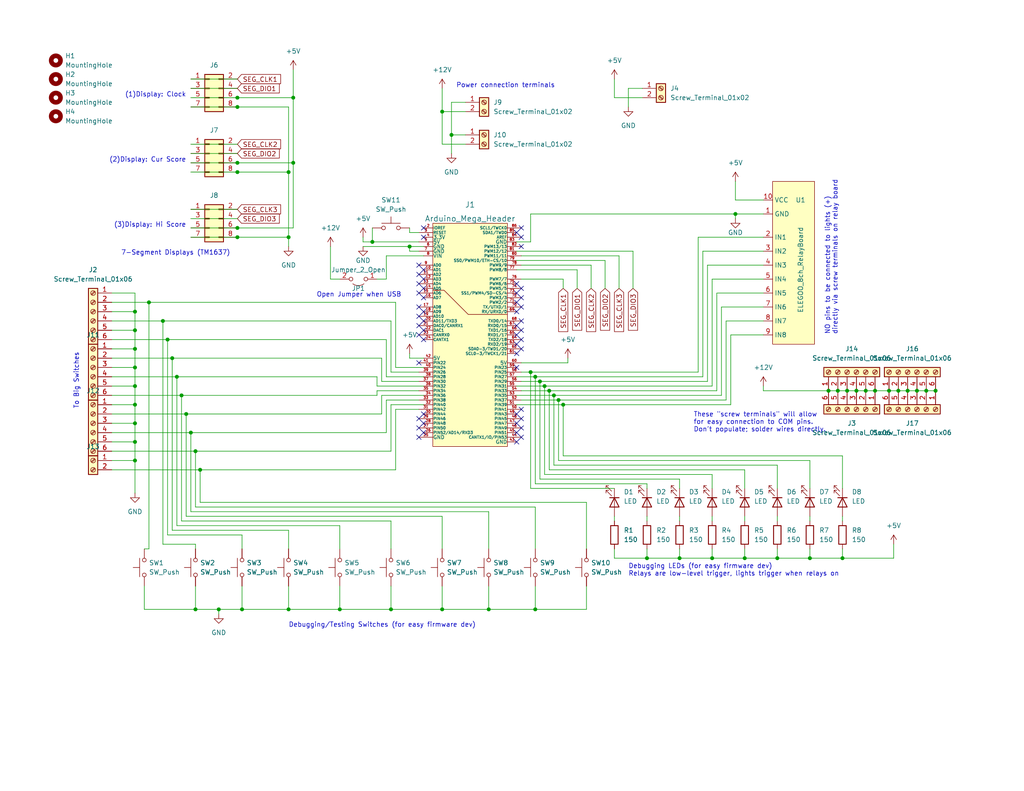
<source format=kicad_sch>
(kicad_sch (version 20211123) (generator eeschema)
  (paper "USLetter")
  (lib_symbols
    (symbol "Connector:Screw_Terminal_01x02" (pin_names (offset 1.016) hide)
      (property "Reference" "J" (at 0 2.54 0))
      (property "Value" "Screw_Terminal_01x02" (at 0 -5.08 0))
      (symbol "Screw_Terminal_01x02_1_1"
        (rectangle (start -1.27 1.27) (end 1.27 -3.81) (stroke (width 0.254)) (fill (type background)))
        (circle (center 0 -2.54) (radius 0.635) (stroke (width 0.1524)))
        (polyline (pts (xy -0.5334 -2.2098) (xy 0.3302 -3.048)) (stroke (width 0.1524)))
        (polyline (pts (xy -0.5334 0.3302) (xy 0.3302 -0.508)) (stroke (width 0.1524)))
        (polyline (pts (xy -0.3556 -2.032) (xy 0.508 -2.8702)) (stroke (width 0.1524)))
        (polyline (pts (xy -0.3556 0.508) (xy 0.508 -0.3302)) (stroke (width 0.1524)))
        (circle (center 0 0) (radius 0.635) (stroke (width 0.1524)))
        (pin passive line (at -5.08 0 0) (length 3.81) (name "Pin_1") (number "1"))
        (pin passive line (at -5.08 -2.54 0) (length 3.81) (name "Pin_2") (number "2"))
      )
    )
    (symbol "Connector:Screw_Terminal_01x06" (pin_names (offset 1.016) hide)
      (property "Reference" "J" (at 0 7.62 0))
      (property "Value" "Screw_Terminal_01x06" (at 0 -10.16 0))
      (symbol "Screw_Terminal_01x06_1_1"
        (rectangle (start -1.27 6.35) (end 1.27 -8.89) (stroke (width 0.254)) (fill (type background)))
        (circle (center 0 -7.62) (radius 0.635) (stroke (width 0.1524)))
        (circle (center 0 -5.08) (radius 0.635) (stroke (width 0.1524)))
        (circle (center 0 -2.54) (radius 0.635) (stroke (width 0.1524)))
        (polyline (pts (xy -0.5334 -7.2898) (xy 0.3302 -8.128)) (stroke (width 0.1524)))
        (polyline (pts (xy -0.5334 -4.7498) (xy 0.3302 -5.588)) (stroke (width 0.1524)))
        (polyline (pts (xy -0.5334 -2.2098) (xy 0.3302 -3.048)) (stroke (width 0.1524)))
        (polyline (pts (xy -0.5334 0.3302) (xy 0.3302 -0.508)) (stroke (width 0.1524)))
        (polyline (pts (xy -0.5334 2.8702) (xy 0.3302 2.032)) (stroke (width 0.1524)))
        (polyline (pts (xy -0.5334 5.4102) (xy 0.3302 4.572)) (stroke (width 0.1524)))
        (polyline (pts (xy -0.3556 -7.112) (xy 0.508 -7.9502)) (stroke (width 0.1524)))
        (polyline (pts (xy -0.3556 -4.572) (xy 0.508 -5.4102)) (stroke (width 0.1524)))
        (polyline (pts (xy -0.3556 -2.032) (xy 0.508 -2.8702)) (stroke (width 0.1524)))
        (polyline (pts (xy -0.3556 0.508) (xy 0.508 -0.3302)) (stroke (width 0.1524)))
        (polyline (pts (xy -0.3556 3.048) (xy 0.508 2.2098)) (stroke (width 0.1524)))
        (polyline (pts (xy -0.3556 5.588) (xy 0.508 4.7498)) (stroke (width 0.1524)))
        (circle (center 0 0) (radius 0.635) (stroke (width 0.1524)))
        (circle (center 0 2.54) (radius 0.635) (stroke (width 0.1524)))
        (circle (center 0 5.08) (radius 0.635) (stroke (width 0.1524)))
        (pin passive line (at -5.08 5.08 0) (length 3.81) (name "Pin_1") (number "1"))
        (pin passive line (at -5.08 2.54 0) (length 3.81) (name "Pin_2") (number "2"))
        (pin passive line (at -5.08 0 0) (length 3.81) (name "Pin_3") (number "3"))
        (pin passive line (at -5.08 -2.54 0) (length 3.81) (name "Pin_4") (number "4"))
        (pin passive line (at -5.08 -5.08 0) (length 3.81) (name "Pin_5") (number "5"))
        (pin passive line (at -5.08 -7.62 0) (length 3.81) (name "Pin_6") (number "6"))
      )
    )
    (symbol "Connector_Generic:Conn_02x04_Odd_Even" (pin_names (offset 1.016) hide)
      (property "Reference" "J" (at 1.27 5.08 0))
      (property "Value" "Conn_02x04_Odd_Even" (at 1.27 -7.62 0))
      (symbol "Conn_02x04_Odd_Even_1_1"
        (rectangle (start -1.27 -4.953) (end 0 -5.207) (stroke (width 0.1524)))
        (rectangle (start -1.27 -2.413) (end 0 -2.667) (stroke (width 0.1524)))
        (rectangle (start -1.27 0.127) (end 0 -0.127) (stroke (width 0.1524)))
        (rectangle (start -1.27 2.667) (end 0 2.413) (stroke (width 0.1524)))
        (rectangle (start -1.27 3.81) (end 3.81 -6.35) (stroke (width 0.254)) (fill (type background)))
        (rectangle (start 3.81 -4.953) (end 2.54 -5.207) (stroke (width 0.1524)))
        (rectangle (start 3.81 -2.413) (end 2.54 -2.667) (stroke (width 0.1524)))
        (rectangle (start 3.81 0.127) (end 2.54 -0.127) (stroke (width 0.1524)))
        (rectangle (start 3.81 2.667) (end 2.54 2.413) (stroke (width 0.1524)))
        (pin passive line (at -5.08 2.54 0) (length 3.81) (name "Pin_1") (number "1"))
        (pin passive line (at 7.62 2.54 180) (length 3.81) (name "Pin_2") (number "2"))
        (pin passive line (at -5.08 0 0) (length 3.81) (name "Pin_3") (number "3"))
        (pin passive line (at 7.62 0 180) (length 3.81) (name "Pin_4") (number "4"))
        (pin passive line (at -5.08 -2.54 0) (length 3.81) (name "Pin_5") (number "5"))
        (pin passive line (at 7.62 -2.54 180) (length 3.81) (name "Pin_6") (number "6"))
        (pin passive line (at -5.08 -5.08 0) (length 3.81) (name "Pin_7") (number "7"))
        (pin passive line (at 7.62 -5.08 180) (length 3.81) (name "Pin_8") (number "8"))
      )
    )
    (symbol "Device:LED" (pin_numbers hide) (pin_names (offset 1.016) hide)
      (property "Reference" "D" (at 0 2.54 0))
      (property "Value" "LED" (at 0 -2.54 0))
      (symbol "LED_0_1"
        (polyline (pts (xy -1.27 -1.27) (xy -1.27 1.27)) (stroke (width 0.254)))
        (polyline (pts (xy -1.27 0) (xy 1.27 0)))
        (polyline (pts (xy 1.27 -1.27) (xy 1.27 1.27) (xy -1.27 0) (xy 1.27 -1.27)) (stroke (width 0.254)))
        (polyline (pts (xy -3.048 -0.762) (xy -4.572 -2.286) (xy -3.81 -2.286) (xy -4.572 -2.286) (xy -4.572 -1.524)))
        (polyline (pts (xy -1.778 -0.762) (xy -3.302 -2.286) (xy -2.54 -2.286) (xy -3.302 -2.286) (xy -3.302 -1.524)))
      )
      (symbol "LED_1_1"
        (pin passive line (at -3.81 0 0) (length 2.54) (name "K") (number "1"))
        (pin passive line (at 3.81 0 180) (length 2.54) (name "A") (number "2"))
      )
    )
    (symbol "Device:R" (pin_numbers hide) (pin_names (offset 0))
      (property "Reference" "R" (at 2.032 0 90))
      (property "Value" "R" (at 0 0 90))
      (symbol "R_0_1"
        (rectangle (start -1.016 -2.54) (end 1.016 2.54) (stroke (width 0.254)))
      )
      (symbol "R_1_1"
        (pin passive line (at 0 3.81 270) (length 1.27) (name "~") (number "1"))
        (pin passive line (at 0 -3.81 90) (length 1.27) (name "~") (number "2"))
      )
    )
    (symbol "Jumper:Jumper_2_Open" (pin_names (offset 0) hide)
      (property "Reference" "JP" (at 0 2.794 0))
      (property "Value" "Jumper_2_Open" (at 0 -2.286 0))
      (symbol "Jumper_2_Open_0_0"
        (circle (center -2.032 0) (radius 0.508))
        (circle (center 2.032 0) (radius 0.508))
      )
      (symbol "Jumper_2_Open_0_1"
        (arc (start 1.524 1.27) (mid 0 1.778) (end -1.524 1.27))
      )
      (symbol "Jumper_2_Open_1_1"
        (pin passive line (at -5.08 0 0) (length 2.54) (name "A") (number "1"))
        (pin passive line (at 5.08 0 180) (length 2.54) (name "B") (number "2"))
      )
    )
    (symbol "Mechanical:MountingHole" (pin_names (offset 1.016))
      (property "Reference" "H" (at 0 5.08 0))
      (property "Value" "MountingHole" (at 0 3.175 0))
      (symbol "MountingHole_0_1"
        (circle (center 0 0) (radius 1.27) (stroke (width 1.27)))
      )
    )
    (symbol "Switch:SW_Push" (pin_numbers hide) (pin_names (offset 1.016) hide)
      (property "Reference" "SW" (at 1.27 2.54 0))
      (property "Value" "SW_Push" (at 0 -1.524 0))
      (symbol "SW_Push_0_1"
        (circle (center -2.032 0) (radius 0.508))
        (polyline (pts (xy 0 1.27) (xy 0 3.048)))
        (polyline (pts (xy 2.54 1.27) (xy -2.54 1.27)))
        (circle (center 2.032 0) (radius 0.508))
        (pin passive line (at -5.08 0 0) (length 2.54) (name "1") (number "1"))
        (pin passive line (at 5.08 0 180) (length 2.54) (name "2") (number "2"))
      )
    )
    (symbol "gnctr-wam-relaylib:Arduino_Mega_Header" (pin_names (offset 0.0254))
      (property "Reference" "J" (at 0 31.75 0))
      (property "Value" "Arduino_Mega_Header" (at 0 -31.75 0))
      (symbol "Arduino_Mega_Header_0_1"
        (polyline (pts (xy -8.636 12.192) (xy -9.652 12.192)))
        (polyline (pts (xy 10.16 5.588) (xy -0.508 5.588) (xy -7.112 12.192) (xy -10.16 12.192)))
        (rectangle (start 10.16 -30.48) (end -10.16 30.48) (fill (type background)))
      )
      (symbol "Arduino_Mega_Header_1_1"
        (pin passive line (at -12.7 17.78 0) (length 2.54) (name "AD1") (number "10"))
        (pin passive line (at -13.97 16.51 0) (length 3.81) (name "AD2") (number "11"))
        (pin passive line (at -12.7 15.24 0) (length 2.54) (name "AD3") (number "12"))
        (pin passive line (at -13.97 13.97 0) (length 3.81) (name "AD4") (number "13"))
        (pin passive line (at -12.7 12.7 0) (length 2.54) (name "AD5") (number "14"))
        (pin passive line (at -13.97 11.43 0) (length 3.81) (name "AD6") (number "15"))
        (pin passive line (at -12.7 10.16 0) (length 2.54) (name "AD7") (number "16"))
        (pin passive line (at -13.97 7.62 0) (length 3.81) (name "AD8") (number "17"))
        (pin passive line (at -12.7 6.35 0) (length 2.54) (name "AD9") (number "18"))
        (pin passive line (at -13.97 5.08 0) (length 3.81) (name "AD10") (number "19"))
        (pin passive line (at -12.7 29.21 0) (length 2.54) (name "IOREF") (number "2"))
        (pin passive line (at -12.7 3.81 0) (length 2.54) (name "AD11/TXD3") (number "20"))
        (pin passive line (at -13.97 2.54 0) (length 3.81) (name "DAC0/CANRX1") (number "21"))
        (pin passive line (at -12.7 1.27 0) (length 2.54) (name "DAC1") (number "22"))
        (pin passive line (at -13.97 0 0) (length 3.81) (name "CANRX0") (number "23"))
        (pin passive line (at -12.7 -1.27 0) (length 2.54) (name "CANTX1") (number "24"))
        (pin passive line (at -13.97 -27.94 0) (length 3.81) (name "GND") (number "25"))
        (pin passive line (at -12.7 -26.67 0) (length 2.54) (name "PIN52/AD14/RXD3") (number "26"))
        (pin passive line (at -13.97 -25.4 0) (length 3.81) (name "PIN50") (number "27"))
        (pin passive line (at -12.7 -24.13 0) (length 2.54) (name "PIN48") (number "28"))
        (pin passive line (at -13.97 -22.86 0) (length 3.81) (name "PIN46") (number "29"))
        (pin passive line (at -13.97 27.94 0) (length 3.81) (name "RESET") (number "3"))
        (pin passive line (at -12.7 -21.59 0) (length 2.54) (name "PIN44") (number "30"))
        (pin passive line (at -13.97 -20.32 0) (length 3.81) (name "PIN42") (number "31"))
        (pin passive line (at -12.7 -19.05 0) (length 2.54) (name "PIN40") (number "32"))
        (pin passive line (at -13.97 -17.78 0) (length 3.81) (name "PIN38") (number "33"))
        (pin passive line (at -12.7 -16.51 0) (length 2.54) (name "PIN36") (number "34"))
        (pin passive line (at -13.97 -15.24 0) (length 3.81) (name "PIN34") (number "35"))
        (pin passive line (at -12.7 -13.97 0) (length 2.54) (name "PIN32") (number "36"))
        (pin passive line (at -13.97 -12.7 0) (length 3.81) (name "PIN30") (number "37"))
        (pin passive line (at -12.7 -11.43 0) (length 2.54) (name "PIN28") (number "38"))
        (pin passive line (at -13.97 -10.16 0) (length 3.81) (name "PIN26") (number "39"))
        (pin passive line (at -12.7 26.67 0) (length 2.54) (name "3.3V") (number "4"))
        (pin passive line (at -12.7 -8.89 0) (length 2.54) (name "PIN24") (number "40"))
        (pin passive line (at -13.97 -7.62 0) (length 3.81) (name "PIN22") (number "41"))
        (pin passive line (at -12.7 -6.35 0) (length 2.54) (name "5V") (number "42"))
        (pin passive line (at 12.7 -29.21 180) (length 2.54) (name "GND") (number "43"))
        (pin passive line (at 13.97 -27.94 180) (length 3.81) (name "CANTX1/IO/PIN53") (number "44"))
        (pin passive line (at 12.7 -26.67 180) (length 2.54) (name "PIN51") (number "45"))
        (pin passive line (at 13.97 -25.4 180) (length 3.81) (name "PIN49") (number "46"))
        (pin passive line (at 12.7 -24.13 180) (length 2.54) (name "PIN47") (number "47"))
        (pin passive line (at 13.97 -22.86 180) (length 3.81) (name "PIN45") (number "48"))
        (pin passive line (at 12.7 -21.59 180) (length 2.54) (name "PIN43") (number "49"))
        (pin passive line (at -13.97 25.4 0) (length 3.81) (name "5V") (number "5"))
        (pin passive line (at 13.97 -20.32 180) (length 3.81) (name "PIN41") (number "50"))
        (pin passive line (at 12.7 -19.05 180) (length 2.54) (name "PIN39") (number "51"))
        (pin passive line (at 13.97 -17.78 180) (length 3.81) (name "PIN37") (number "52"))
        (pin passive line (at 12.7 -16.51 180) (length 2.54) (name "PIN35") (number "53"))
        (pin passive line (at 13.97 -15.24 180) (length 3.81) (name "PIN33") (number "54"))
        (pin passive line (at 12.7 -13.97 180) (length 2.54) (name "PIN31") (number "55"))
        (pin passive line (at 13.97 -12.7 180) (length 3.81) (name "PIN29") (number "56"))
        (pin passive line (at 12.7 -11.43 180) (length 2.54) (name "PIN27") (number "57"))
        (pin passive line (at 13.97 -10.16 180) (length 3.81) (name "PIN25") (number "58"))
        (pin passive line (at 12.7 -8.89 180) (length 2.54) (name "PIN23") (number "59"))
        (pin passive line (at -12.7 24.13 0) (length 2.54) (name "GND") (number "6"))
        (pin passive line (at 13.97 -7.62 180) (length 3.81) (name "5V") (number "60"))
        (pin passive line (at 12.7 -5.08 180) (length 2.54) (name "SCL0-3/TWCK1/21") (number "61"))
        (pin passive line (at 13.97 -3.81 180) (length 3.81) (name "SDA0-3/TWD1/20") (number "62"))
        (pin passive line (at 12.7 -2.54 180) (length 2.54) (name "RXD2/19") (number "63"))
        (pin passive line (at 13.97 -1.27 180) (length 3.81) (name "TXD2/18") (number "64"))
        (pin passive line (at 12.7 0 180) (length 2.54) (name "RXD1/17") (number "65"))
        (pin passive line (at 13.97 1.27 180) (length 3.81) (name "TXD1/16") (number "66"))
        (pin passive line (at 12.7 2.54 180) (length 2.54) (name "RXD0/15") (number "67"))
        (pin passive line (at 13.97 3.81 180) (length 3.81) (name "TXD0/14") (number "68"))
        (pin passive line (at 12.7 6.35 180) (length 2.54) (name "RX/URXD/0") (number "69"))
        (pin passive line (at -13.97 22.86 0) (length 3.81) (name "GND") (number "7"))
        (pin passive line (at 13.97 7.62 180) (length 3.81) (name "TX/UTXD/1") (number "70"))
        (pin passive line (at 12.7 8.89 180) (length 2.54) (name "PWM2/2") (number "71"))
        (pin passive line (at 13.97 10.16 180) (length 3.81) (name "PWM3/3") (number "72"))
        (pin passive line (at 12.7 11.43 180) (length 2.54) (name "SS1/PWM4/SD-CS/4") (number "73"))
        (pin passive line (at 13.97 12.7 180) (length 3.81) (name "PWM5/5") (number "74"))
        (pin passive line (at 12.7 13.97 180) (length 2.54) (name "PWM6/6") (number "75"))
        (pin passive line (at 13.97 15.24 180) (length 3.81) (name "PWM7/7") (number "76"))
        (pin passive line (at 12.7 17.78 180) (length 2.54) (name "PWM8/8") (number "77"))
        (pin passive line (at 13.97 19.05 180) (length 3.81) (name "PWM9/9") (number "78"))
        (pin passive line (at 12.7 20.32 180) (length 2.54) (name "SS0/PWM10/ETH-CS/10") (number "79"))
        (pin passive line (at -12.7 21.59 0) (length 2.54) (name "VIN") (number "8"))
        (pin passive line (at 13.97 21.59 180) (length 3.81) (name "PWM11/11") (number "80"))
        (pin passive line (at 12.7 22.86 180) (length 2.54) (name "PWM12/12") (number "81"))
        (pin passive line (at 13.97 24.13 180) (length 3.81) (name "PWM13/13") (number "82"))
        (pin passive line (at 12.7 25.4 180) (length 2.54) (name "GND") (number "83"))
        (pin passive line (at 13.97 26.67 180) (length 3.81) (name "AREF") (number "84"))
        (pin passive line (at 12.7 27.94 180) (length 2.54) (name "SDA1/TWD0") (number "85"))
        (pin passive line (at 13.97 29.21 180) (length 3.81) (name "SCL1/TWCK0") (number "86"))
        (pin passive line (at -13.97 19.05 0) (length 3.81) (name "AD0") (number "9"))
      )
    )
    (symbol "gnctr-wam-relaylib:ELEGOO_8ch_RelayBoard"
      (property "Reference" "U" (at -3.81 -11.43 0))
      (property "Value" "ELEGOO_8ch_RelayBoard" (at -3.81 -25.4 90))
      (symbol "ELEGOO_8ch_RelayBoard_0_1"
        (rectangle (start -11.43 0) (end 0 -44.45) (fill (type background)))
      )
      (symbol "ELEGOO_8ch_RelayBoard_1_1"
        (pin passive line (at -13.97 -8.89 0) (length 2.54) (name "GND") (number "1"))
        (pin passive line (at -13.97 -5.08 0) (length 2.54) (name "VCC") (number "10"))
        (pin input line (at -13.97 -15.24 0) (length 2.54) (name "IN1") (number "2"))
        (pin input line (at -13.97 -19.05 0) (length 2.54) (name "IN2") (number "3"))
        (pin input line (at -13.97 -22.86 0) (length 2.54) (name "IN3") (number "4"))
        (pin input line (at -13.97 -26.67 0) (length 2.54) (name "IN4") (number "5"))
        (pin input line (at -13.97 -30.48 0) (length 2.54) (name "IN5") (number "6"))
        (pin input line (at -13.97 -34.29 0) (length 2.54) (name "IN6") (number "7"))
        (pin input line (at -13.97 -38.1 0) (length 2.54) (name "IN7") (number "8"))
        (pin input line (at -13.97 -41.91 0) (length 2.54) (name "IN8") (number "9"))
      )
    )
    (symbol "power:+12V" (power) (pin_names (offset 0))
      (property "Value" "+12V" (at 0 3.556 0))
      (symbol "+12V_0_1"
        (polyline (pts (xy -0.762 1.27) (xy 0 2.54)))
        (polyline (pts (xy 0 0) (xy 0 2.54)))
        (polyline (pts (xy 0 2.54) (xy 0.762 1.27)))
      )
      (symbol "+12V_1_1"
        (pin power_in line (at 0 0 90) (length 0) hide (name "+12V") (number "1"))
      )
    )
    (symbol "power:+5V" (power) (pin_names (offset 0))
      (property "Value" "+5V" (at 0 3.556 0))
      (symbol "+5V_0_1"
        (polyline (pts (xy -0.762 1.27) (xy 0 2.54)))
        (polyline (pts (xy 0 0) (xy 0 2.54)))
        (polyline (pts (xy 0 2.54) (xy 0.762 1.27)))
      )
      (symbol "+5V_1_1"
        (pin power_in line (at 0 0 90) (length 0) hide (name "+5V") (number "1"))
      )
    )
    (symbol "power:GND" (power) (pin_names (offset 0))
      (property "Value" "GND" (at 0 -3.81 0))
      (symbol "GND_0_1"
        (polyline (pts (xy 0 0) (xy 0 -1.27) (xy 1.27 -1.27) (xy 0 -2.54) (xy -1.27 -1.27) (xy 0 -1.27)))
      )
      (symbol "GND_1_1"
        (pin power_in line (at 0 0 270) (length 0) hide (name "GND") (number "1"))
      )
    )
  )
  (junction (at 152.4 109.22))
  (junction (at 59.69 166.37))
  (junction (at 64.77 64.77))
  (junction (at 236.22 106.68))
  (junction (at 80.01 44.45))
  (junction (at 36.83 95.25))
  (junction (at 64.77 44.45))
  (junction (at 52.07 118.11))
  (junction (at 153.67 110.49))
  (junction (at 250.19 106.68))
  (junction (at 123.19 36.83))
  (junction (at 36.83 90.17))
  (junction (at 36.83 125.73))
  (junction (at 212.09 152.4))
  (junction (at 40.64 82.55))
  (junction (at 148.59 105.41))
  (junction (at 185.42 152.4))
  (junction (at 106.68 166.37))
  (junction (at 238.76 106.68))
  (junction (at 247.65 106.68))
  (junction (at 146.05 102.87))
  (junction (at 111.76 67.31))
  (junction (at 200.66 58.42))
  (junction (at 44.45 87.63))
  (junction (at 226.06 106.68))
  (junction (at 54.61 128.27))
  (junction (at 64.77 46.99))
  (junction (at 233.68 106.68))
  (junction (at 229.87 152.4))
  (junction (at 245.11 106.68))
  (junction (at 147.32 104.14))
  (junction (at 146.05 166.37))
  (junction (at 255.27 106.68))
  (junction (at 120.65 30.48))
  (junction (at 78.74 64.77))
  (junction (at 101.6 66.04))
  (junction (at 231.14 106.68))
  (junction (at 133.35 166.37))
  (junction (at 78.74 166.37))
  (junction (at 66.04 166.37))
  (junction (at 149.86 106.68))
  (junction (at 36.83 100.33))
  (junction (at 144.78 101.6))
  (junction (at 64.77 29.21))
  (junction (at 252.73 106.68))
  (junction (at 176.53 152.4))
  (junction (at 45.72 92.71))
  (junction (at 46.99 97.79))
  (junction (at 194.31 152.4))
  (junction (at 220.98 152.4))
  (junction (at 48.26 102.87))
  (junction (at 151.13 107.95))
  (junction (at 53.34 123.19))
  (junction (at 203.2 152.4))
  (junction (at 36.83 85.09))
  (junction (at 36.83 105.41))
  (junction (at 64.77 62.23))
  (junction (at 36.83 115.57))
  (junction (at 53.34 166.37))
  (junction (at 36.83 120.65))
  (junction (at 49.53 107.95))
  (junction (at 78.74 46.99))
  (junction (at 242.57 106.68))
  (junction (at 228.6 106.68))
  (junction (at 64.77 26.67))
  (junction (at 36.83 110.49))
  (junction (at 92.71 166.37))
  (junction (at 50.8 113.03))
  (junction (at 120.65 166.37))
  (junction (at 80.01 26.67))
  (no_connect (at 114.3 74.93))
  (no_connect (at 140.97 118.11))
  (no_connect (at 142.24 90.17))
  (no_connect (at 140.97 63.5))
  (no_connect (at 142.24 95.25))
  (no_connect (at 142.24 119.38))
  (no_connect (at 142.24 92.71))
  (no_connect (at 114.3 91.44))
  (no_connect (at 114.3 77.47))
  (no_connect (at 142.24 111.76))
  (no_connect (at 114.3 88.9))
  (no_connect (at 142.24 83.82))
  (no_connect (at 142.24 78.74))
  (no_connect (at 142.24 67.31))
  (no_connect (at 114.3 119.38))
  (no_connect (at 114.3 114.3))
  (no_connect (at 142.24 114.3))
  (no_connect (at 142.24 116.84))
  (no_connect (at 115.57 62.23))
  (no_connect (at 114.3 72.39))
  (no_connect (at 140.97 96.52))
  (no_connect (at 114.3 86.36))
  (no_connect (at 115.57 85.09))
  (no_connect (at 114.3 80.01))
  (no_connect (at 140.97 93.98))
  (no_connect (at 142.24 62.23))
  (no_connect (at 115.57 73.66))
  (no_connect (at 115.57 76.2))
  (no_connect (at 142.24 81.28))
  (no_connect (at 114.3 116.84))
  (no_connect (at 140.97 77.47))
  (no_connect (at 140.97 100.33))
  (no_connect (at 140.97 91.44))
  (no_connect (at 142.24 64.77))
  (no_connect (at 115.57 115.57))
  (no_connect (at 115.57 87.63))
  (no_connect (at 140.97 120.65))
  (no_connect (at 142.24 87.63))
  (no_connect (at 114.3 99.06))
  (no_connect (at 115.57 113.03))
  (no_connect (at 115.57 118.11))
  (no_connect (at 140.97 82.55))
  (no_connect (at 140.97 88.9))
  (no_connect (at 115.57 81.28))
  (no_connect (at 140.97 85.09))
  (no_connect (at 115.57 92.71))
  (no_connect (at 114.3 83.82))
  (no_connect (at 140.97 113.03))
  (no_connect (at 140.97 80.01))
  (no_connect (at 140.97 115.57))
  (no_connect (at 115.57 64.77))
  (no_connect (at 115.57 78.74))
  (no_connect (at 115.57 90.17))
  (wire (pts (xy 106.68 110.49) (xy 115.57 110.49)))
  (wire (pts (xy 44.45 87.63) (xy 44.45 148.59)))
  (wire (pts (xy 52.07 64.77) (xy 64.77 64.77)))
  (wire (pts (xy 46.99 97.79) (xy 104.14 97.79)))
  (wire (pts (xy 194.31 129.54) (xy 148.59 129.54)))
  (wire (pts (xy 200.66 54.61) (xy 208.28 54.61)))
  (wire (pts (xy 167.64 149.86) (xy 167.64 152.4)))
  (wire (pts (xy 101.6 62.23) (xy 101.6 66.04)))
  (wire (pts (xy 203.2 128.27) (xy 149.86 128.27)))
  (wire (pts (xy 92.71 166.37) (xy 92.71 160.02)))
  (wire (pts (xy 46.99 144.78) (xy 78.74 144.78)))
  (wire (pts (xy 30.48 92.71) (xy 45.72 92.71)))
  (wire (pts (xy 250.19 106.68) (xy 252.73 106.68)))
  (wire (pts (xy 172.72 68.58) (xy 140.97 68.58)))
  (wire (pts (xy 120.65 166.37) (xy 133.35 166.37)))
  (wire (pts (xy 52.07 44.45) (xy 64.77 44.45)))
  (wire (pts (xy 53.34 160.02) (xy 53.34 166.37)))
  (wire (pts (xy 66.04 146.05) (xy 45.72 146.05)))
  (wire (pts (xy 142.24 99.06) (xy 154.94 99.06)))
  (wire (pts (xy 52.07 41.91) (xy 64.77 41.91)))
  (wire (pts (xy 198.12 109.22) (xy 152.4 109.22)))
  (wire (pts (xy 39.37 166.37) (xy 53.34 166.37)))
  (wire (pts (xy 185.42 140.97) (xy 185.42 142.24)))
  (wire (pts (xy 78.74 166.37) (xy 92.71 166.37)))
  (wire (pts (xy 52.07 21.59) (xy 64.77 21.59)))
  (wire (pts (xy 90.17 67.31) (xy 90.17 76.2)))
  (wire (pts (xy 36.83 125.73) (xy 36.83 134.62)))
  (wire (pts (xy 144.78 58.42) (xy 144.78 66.04)))
  (wire (pts (xy 149.86 106.68) (xy 142.24 106.68)))
  (wire (pts (xy 59.69 166.37) (xy 66.04 166.37)))
  (wire (pts (xy 208.28 106.68) (xy 226.06 106.68)))
  (wire (pts (xy 52.07 118.11) (xy 105.41 118.11)))
  (wire (pts (xy 167.64 133.35) (xy 144.78 133.35)))
  (wire (pts (xy 140.97 110.49) (xy 153.67 110.49)))
  (wire (pts (xy 53.34 123.19) (xy 53.34 138.43)))
  (wire (pts (xy 176.53 132.08) (xy 146.05 132.08)))
  (wire (pts (xy 66.04 166.37) (xy 78.74 166.37)))
  (wire (pts (xy 39.37 149.86) (xy 40.64 149.86)))
  (wire (pts (xy 66.04 166.37) (xy 66.04 160.02)))
  (wire (pts (xy 146.05 166.37) (xy 160.02 166.37)))
  (wire (pts (xy 53.34 123.19) (xy 106.68 123.19)))
  (wire (pts (xy 30.48 128.27) (xy 54.61 128.27)))
  (wire (pts (xy 92.71 166.37) (xy 106.68 166.37)))
  (wire (pts (xy 104.14 104.14) (xy 114.3 104.14)))
  (wire (pts (xy 99.06 64.77) (xy 99.06 66.04)))
  (wire (pts (xy 120.65 30.48) (xy 120.65 39.37)))
  (wire (pts (xy 49.53 107.95) (xy 102.87 107.95)))
  (wire (pts (xy 140.97 102.87) (xy 146.05 102.87)))
  (wire (pts (xy 105.41 118.11) (xy 105.41 109.22)))
  (wire (pts (xy 176.53 133.35) (xy 176.53 132.08)))
  (wire (pts (xy 123.19 41.91) (xy 123.19 36.83)))
  (wire (pts (xy 102.87 105.41) (xy 115.57 105.41)))
  (wire (pts (xy 45.72 92.71) (xy 105.41 92.71)))
  (wire (pts (xy 167.64 21.59) (xy 167.64 26.67)))
  (wire (pts (xy 30.48 118.11) (xy 52.07 118.11)))
  (wire (pts (xy 30.48 123.19) (xy 53.34 123.19)))
  (wire (pts (xy 36.83 95.25) (xy 36.83 100.33)))
  (wire (pts (xy 64.77 26.67) (xy 80.01 26.67)))
  (wire (pts (xy 140.97 105.41) (xy 148.59 105.41)))
  (wire (pts (xy 200.66 58.42) (xy 144.78 58.42)))
  (wire (pts (xy 193.04 72.39) (xy 193.04 104.14)))
  (wire (pts (xy 157.48 78.74) (xy 157.48 73.66)))
  (wire (pts (xy 104.14 113.03) (xy 104.14 107.95)))
  (wire (pts (xy 144.78 101.6) (xy 190.5 101.6)))
  (wire (pts (xy 172.72 78.74) (xy 172.72 68.58)))
  (wire (pts (xy 104.14 107.95) (xy 115.57 107.95)))
  (wire (pts (xy 203.2 149.86) (xy 203.2 152.4)))
  (wire (pts (xy 30.48 125.73) (xy 36.83 125.73)))
  (wire (pts (xy 30.48 90.17) (xy 36.83 90.17)))
  (wire (pts (xy 151.13 127) (xy 151.13 107.95)))
  (wire (pts (xy 191.77 102.87) (xy 191.77 68.58)))
  (wire (pts (xy 238.76 106.68) (xy 242.57 106.68)))
  (wire (pts (xy 78.74 149.86) (xy 78.74 144.78)))
  (wire (pts (xy 194.31 105.41) (xy 194.31 76.2)))
  (wire (pts (xy 111.76 62.23) (xy 111.76 63.5)))
  (wire (pts (xy 208.28 72.39) (xy 193.04 72.39)))
  (wire (pts (xy 106.68 149.86) (xy 106.68 142.24)))
  (wire (pts (xy 111.76 68.58) (xy 111.76 67.31)))
  (wire (pts (xy 120.65 24.13) (xy 120.65 30.48)))
  (wire (pts (xy 59.69 166.37) (xy 59.69 167.64)))
  (wire (pts (xy 194.31 149.86) (xy 194.31 152.4)))
  (wire (pts (xy 64.77 62.23) (xy 80.01 62.23)))
  (wire (pts (xy 102.87 102.87) (xy 102.87 105.41)))
  (wire (pts (xy 48.26 102.87) (xy 102.87 102.87)))
  (wire (pts (xy 36.83 110.49) (xy 36.83 115.57)))
  (wire (pts (xy 194.31 140.97) (xy 194.31 142.24)))
  (wire (pts (xy 231.14 106.68) (xy 233.68 106.68)))
  (wire (pts (xy 111.76 96.52) (xy 111.76 97.79)))
  (wire (pts (xy 220.98 125.73) (xy 152.4 125.73)))
  (wire (pts (xy 208.28 87.63) (xy 198.12 87.63)))
  (wire (pts (xy 247.65 106.68) (xy 250.19 106.68)))
  (wire (pts (xy 147.32 104.14) (xy 142.24 104.14)))
  (wire (pts (xy 64.77 64.77) (xy 78.74 64.77)))
  (wire (pts (xy 101.6 66.04) (xy 114.3 66.04)))
  (wire (pts (xy 144.78 133.35) (xy 144.78 101.6)))
  (wire (pts (xy 107.95 82.55) (xy 107.95 100.33)))
  (wire (pts (xy 194.31 76.2) (xy 208.28 76.2)))
  (wire (pts (xy 30.48 102.87) (xy 48.26 102.87)))
  (wire (pts (xy 199.39 91.44) (xy 208.28 91.44)))
  (wire (pts (xy 185.42 133.35) (xy 185.42 130.81)))
  (wire (pts (xy 229.87 152.4) (xy 243.84 152.4)))
  (wire (pts (xy 39.37 160.02) (xy 39.37 166.37)))
  (wire (pts (xy 30.48 105.41) (xy 36.83 105.41)))
  (wire (pts (xy 36.83 105.41) (xy 36.83 110.49)))
  (wire (pts (xy 40.64 82.55) (xy 107.95 82.55)))
  (wire (pts (xy 123.19 36.83) (xy 123.19 27.94)))
  (wire (pts (xy 40.64 82.55) (xy 40.64 149.86)))
  (wire (pts (xy 123.19 27.94) (xy 127 27.94)))
  (wire (pts (xy 105.41 76.2) (xy 105.41 69.85)))
  (wire (pts (xy 220.98 133.35) (xy 220.98 125.73)))
  (wire (pts (xy 193.04 104.14) (xy 147.32 104.14)))
  (wire (pts (xy 165.1 71.12) (xy 140.97 71.12)))
  (wire (pts (xy 160.02 166.37) (xy 160.02 160.02)))
  (wire (pts (xy 30.48 115.57) (xy 36.83 115.57)))
  (wire (pts (xy 36.83 90.17) (xy 36.83 95.25)))
  (wire (pts (xy 105.41 102.87) (xy 115.57 102.87)))
  (wire (pts (xy 152.4 109.22) (xy 142.24 109.22)))
  (wire (pts (xy 153.67 124.46) (xy 153.67 110.49)))
  (wire (pts (xy 36.83 100.33) (xy 36.83 105.41)))
  (wire (pts (xy 54.61 128.27) (xy 107.95 128.27)))
  (wire (pts (xy 148.59 105.41) (xy 194.31 105.41)))
  (wire (pts (xy 53.34 149.86) (xy 53.34 148.59)))
  (wire (pts (xy 102.87 107.95) (xy 102.87 106.68)))
  (wire (pts (xy 185.42 149.86) (xy 185.42 152.4)))
  (wire (pts (xy 36.83 115.57) (xy 36.83 120.65)))
  (wire (pts (xy 220.98 140.97) (xy 220.98 142.24)))
  (wire (pts (xy 190.5 64.77) (xy 208.28 64.77)))
  (wire (pts (xy 176.53 140.97) (xy 176.53 142.24)))
  (wire (pts (xy 78.74 166.37) (xy 78.74 160.02)))
  (wire (pts (xy 49.53 142.24) (xy 106.68 142.24)))
  (wire (pts (xy 153.67 110.49) (xy 199.39 110.49)))
  (wire (pts (xy 30.48 120.65) (xy 36.83 120.65)))
  (wire (pts (xy 147.32 130.81) (xy 147.32 104.14)))
  (wire (pts (xy 133.35 166.37) (xy 146.05 166.37)))
  (wire (pts (xy 107.95 111.76) (xy 114.3 111.76)))
  (wire (pts (xy 142.24 69.85) (xy 168.91 69.85)))
  (wire (pts (xy 54.61 128.27) (xy 54.61 137.16)))
  (wire (pts (xy 194.31 152.4) (xy 203.2 152.4)))
  (wire (pts (xy 105.41 69.85) (xy 115.57 69.85)))
  (wire (pts (xy 146.05 149.86) (xy 146.05 138.43)))
  (wire (pts (xy 48.26 102.87) (xy 48.26 143.51)))
  (wire (pts (xy 50.8 113.03) (xy 104.14 113.03)))
  (wire (pts (xy 106.68 87.63) (xy 106.68 101.6)))
  (wire (pts (xy 36.83 85.09) (xy 36.83 80.01)))
  (wire (pts (xy 233.68 106.68) (xy 236.22 106.68)))
  (wire (pts (xy 168.91 78.74) (xy 168.91 69.85)))
  (wire (pts (xy 198.12 87.63) (xy 198.12 109.22)))
  (wire (pts (xy 236.22 106.68) (xy 238.76 106.68)))
  (wire (pts (xy 149.86 128.27) (xy 149.86 106.68)))
  (wire (pts (xy 229.87 140.97) (xy 229.87 142.24)))
  (wire (pts (xy 153.67 78.74) (xy 153.67 76.2)))
  (wire (pts (xy 133.35 149.86) (xy 133.35 139.7)))
  (wire (pts (xy 208.28 105.41) (xy 208.28 106.68)))
  (wire (pts (xy 195.58 106.68) (xy 149.86 106.68)))
  (wire (pts (xy 53.34 166.37) (xy 59.69 166.37)))
  (wire (pts (xy 114.3 68.58) (xy 111.76 68.58)))
  (wire (pts (xy 120.65 140.97) (xy 50.8 140.97)))
  (wire (pts (xy 200.66 59.69) (xy 200.66 58.42)))
  (wire (pts (xy 154.94 99.06) (xy 154.94 97.79)))
  (wire (pts (xy 191.77 68.58) (xy 208.28 68.58)))
  (wire (pts (xy 52.07 29.21) (xy 64.77 29.21)))
  (wire (pts (xy 243.84 152.4) (xy 243.84 148.59)))
  (wire (pts (xy 196.85 83.82) (xy 208.28 83.82)))
  (wire (pts (xy 171.45 29.21) (xy 171.45 24.13)))
  (wire (pts (xy 80.01 62.23) (xy 80.01 44.45)))
  (wire (pts (xy 99.06 66.04) (xy 101.6 66.04)))
  (wire (pts (xy 80.01 44.45) (xy 80.01 26.67)))
  (wire (pts (xy 52.07 46.99) (xy 64.77 46.99)))
  (wire (pts (xy 196.85 107.95) (xy 196.85 83.82)))
  (wire (pts (xy 120.65 166.37) (xy 120.65 160.02)))
  (wire (pts (xy 229.87 124.46) (xy 153.67 124.46)))
  (wire (pts (xy 102.87 106.68) (xy 114.3 106.68)))
  (wire (pts (xy 45.72 92.71) (xy 45.72 146.05)))
  (wire (pts (xy 53.34 148.59) (xy 44.45 148.59)))
  (wire (pts (xy 229.87 152.4) (xy 229.87 149.86)))
  (wire (pts (xy 102.87 76.2) (xy 105.41 76.2)))
  (wire (pts (xy 167.64 140.97) (xy 167.64 142.24)))
  (wire (pts (xy 64.77 29.21) (xy 78.74 29.21)))
  (wire (pts (xy 106.68 166.37) (xy 120.65 166.37)))
  (wire (pts (xy 106.68 123.19) (xy 106.68 110.49)))
  (wire (pts (xy 78.74 46.99) (xy 78.74 29.21)))
  (wire (pts (xy 80.01 26.67) (xy 80.01 19.05)))
  (wire (pts (xy 161.29 78.74) (xy 161.29 72.39)))
  (wire (pts (xy 146.05 166.37) (xy 146.05 160.02)))
  (wire (pts (xy 220.98 149.86) (xy 220.98 152.4)))
  (wire (pts (xy 160.02 137.16) (xy 54.61 137.16)))
  (wire (pts (xy 44.45 87.63) (xy 106.68 87.63)))
  (wire (pts (xy 107.95 128.27) (xy 107.95 111.76)))
  (wire (pts (xy 64.77 44.45) (xy 80.01 44.45)))
  (wire (pts (xy 49.53 142.24) (xy 49.53 107.95)))
  (wire (pts (xy 36.83 120.65) (xy 36.83 125.73)))
  (wire (pts (xy 78.74 64.77) (xy 78.74 67.31)))
  (wire (pts (xy 203.2 133.35) (xy 203.2 128.27)))
  (wire (pts (xy 146.05 138.43) (xy 53.34 138.43)))
  (wire (pts (xy 220.98 152.4) (xy 229.87 152.4)))
  (wire (pts (xy 99.06 67.31) (xy 111.76 67.31)))
  (wire (pts (xy 190.5 101.6) (xy 190.5 64.77)))
  (wire (pts (xy 203.2 140.97) (xy 203.2 142.24)))
  (wire (pts (xy 157.48 73.66) (xy 140.97 73.66)))
  (wire (pts (xy 153.67 76.2) (xy 142.24 76.2)))
  (wire (pts (xy 36.83 85.09) (xy 36.83 90.17)))
  (wire (pts (xy 161.29 72.39) (xy 142.24 72.39)))
  (wire (pts (xy 226.06 106.68) (xy 228.6 106.68)))
  (wire (pts (xy 106.68 101.6) (xy 114.3 101.6)))
  (wire (pts (xy 106.68 166.37) (xy 106.68 160.02)))
  (wire (pts (xy 30.48 113.03) (xy 50.8 113.03)))
  (wire (pts (xy 200.66 58.42) (xy 208.28 58.42)))
  (wire (pts (xy 208.28 80.01) (xy 195.58 80.01)))
  (wire (pts (xy 46.99 144.78) (xy 46.99 97.79)))
  (wire (pts (xy 105.41 109.22) (xy 114.3 109.22)))
  (wire (pts (xy 111.76 67.31) (xy 115.57 67.31)))
  (wire (pts (xy 212.09 133.35) (xy 212.09 127)))
  (wire (pts (xy 176.53 152.4) (xy 185.42 152.4)))
  (wire (pts (xy 133.35 139.7) (xy 52.07 139.7)))
  (wire (pts (xy 203.2 152.4) (xy 212.09 152.4)))
  (wire (pts (xy 133.35 166.37) (xy 133.35 160.02)))
  (wire (pts (xy 52.07 59.69) (xy 64.77 59.69)))
  (wire (pts (xy 111.76 97.79) (xy 115.57 97.79)))
  (wire (pts (xy 151.13 107.95) (xy 196.85 107.95)))
  (wire (pts (xy 212.09 127) (xy 151.13 127)))
  (wire (pts (xy 229.87 133.35) (xy 229.87 124.46)))
  (wire (pts (xy 167.64 152.4) (xy 176.53 152.4)))
  (wire (pts (xy 107.95 100.33) (xy 115.57 100.33)))
  (wire (pts (xy 78.74 64.77) (xy 78.74 46.99)))
  (wire (pts (xy 212.09 140.97) (xy 212.09 142.24)))
  (wire (pts (xy 195.58 80.01) (xy 195.58 106.68)))
  (wire (pts (xy 167.64 26.67) (xy 175.26 26.67)))
  (wire (pts (xy 146.05 132.08) (xy 146.05 102.87)))
  (wire (pts (xy 212.09 152.4) (xy 220.98 152.4)))
  (wire (pts (xy 140.97 66.04) (xy 144.78 66.04)))
  (wire (pts (xy 120.65 149.86) (xy 120.65 140.97)))
  (wire (pts (xy 52.07 57.15) (xy 64.77 57.15)))
  (wire (pts (xy 176.53 149.86) (xy 176.53 152.4)))
  (wire (pts (xy 30.48 110.49) (xy 36.83 110.49)))
  (wire (pts (xy 120.65 39.37) (xy 127 39.37)))
  (wire (pts (xy 165.1 78.74) (xy 165.1 71.12)))
  (wire (pts (xy 152.4 125.73) (xy 152.4 109.22)))
  (wire (pts (xy 50.8 113.03) (xy 50.8 140.97)))
  (wire (pts (xy 199.39 110.49) (xy 199.39 91.44)))
  (wire (pts (xy 30.48 87.63) (xy 44.45 87.63)))
  (wire (pts (xy 48.26 143.51) (xy 92.71 143.51)))
  (wire (pts (xy 123.19 36.83) (xy 127 36.83)))
  (wire (pts (xy 30.48 107.95) (xy 49.53 107.95)))
  (wire (pts (xy 228.6 106.68) (xy 231.14 106.68)))
  (wire (pts (xy 52.07 62.23) (xy 64.77 62.23)))
  (wire (pts (xy 92.71 149.86) (xy 92.71 143.51)))
  (wire (pts (xy 245.11 106.68) (xy 247.65 106.68)))
  (wire (pts (xy 111.76 63.5) (xy 114.3 63.5)))
  (wire (pts (xy 242.57 106.68) (xy 245.11 106.68)))
  (wire (pts (xy 30.48 100.33) (xy 36.83 100.33)))
  (wire (pts (xy 160.02 149.86) (xy 160.02 137.16)))
  (wire (pts (xy 148.59 129.54) (xy 148.59 105.41)))
  (wire (pts (xy 200.66 49.53) (xy 200.66 54.61)))
  (wire (pts (xy 140.97 107.95) (xy 151.13 107.95)))
  (wire (pts (xy 185.42 152.4) (xy 194.31 152.4)))
  (wire (pts (xy 252.73 106.68) (xy 255.27 106.68)))
  (wire (pts (xy 52.07 39.37) (xy 64.77 39.37)))
  (wire (pts (xy 66.04 149.86) (xy 66.04 146.05)))
  (wire (pts (xy 212.09 149.86) (xy 212.09 152.4)))
  (wire (pts (xy 142.24 101.6) (xy 144.78 101.6)))
  (wire (pts (xy 120.65 30.48) (xy 127 30.48)))
  (wire (pts (xy 171.45 24.13) (xy 175.26 24.13)))
  (wire (pts (xy 52.07 118.11) (xy 52.07 139.7)))
  (wire (pts (xy 194.31 133.35) (xy 194.31 129.54)))
  (wire (pts (xy 185.42 130.81) (xy 147.32 130.81)))
  (wire (pts (xy 30.48 82.55) (xy 40.64 82.55)))
  (wire (pts (xy 52.07 24.13) (xy 64.77 24.13)))
  (wire (pts (xy 30.48 85.09) (xy 36.83 85.09)))
  (wire (pts (xy 104.14 97.79) (xy 104.14 104.14)))
  (wire (pts (xy 30.48 97.79) (xy 46.99 97.79)))
  (wire (pts (xy 30.48 80.01) (xy 36.83 80.01)))
  (wire (pts (xy 52.07 26.67) (xy 64.77 26.67)))
  (wire (pts (xy 105.41 92.71) (xy 105.41 102.87)))
  (wire (pts (xy 30.48 95.25) (xy 36.83 95.25)))
  (wire (pts (xy 146.05 102.87) (xy 191.77 102.87)))
  (wire (pts (xy 90.17 76.2) (xy 92.71 76.2)))
  (wire (pts (xy 64.77 46.99) (xy 78.74 46.99)))
  (text "Debugging LEDs (for easy firmware dev)\nRelays are low-level trigger, lights trigger when relays on" (at 171.45 157.48 0) (effects (font (size 1.27 1.27)) (justify left bottom)))
  (text "Power connection terminals" (at 124.46 24.13 0) (effects (font (size 1.27 1.27)) (justify left bottom)))
  (text "To Big Switches" (at 21.59 111.76 90) (effects (font (size 1.27 1.27)) (justify left bottom)))
  (text "7-Segment Displays (TM1637)" (at 33.02 69.85 0) (effects (font (size 1.27 1.27)) (justify left bottom)))
  (text "NO pins to be connected to lights (+)\ndirectly via screw terminals on relay board" (at 228.6 91.44 90) (effects (font (size 1.27 1.27)) (justify left bottom)))
  (text "Open Jumper when USB" (at 86.36 81.28 0) (effects (font (size 1.27 1.27)) (justify left bottom)))
  (text "(2)Display: Cur Score\n" (at 50.8 44.45 180) (effects (font (size 1.27 1.27)) (justify right bottom)))
  (text "Debugging/Testing Switches (for easy firmware dev)\n" (at 78.74 171.45 0) (effects (font (size 1.27 1.27)) (justify left bottom)))
  (text "These \"screw terminals\" will allow\nfor easy connection to COM pins.\nDon't populate; solder wires directly." (at 189.23 118.11 0) (effects (font (size 1.27 1.27)) (justify left bottom)))
  (text "(3)Display: Hi Score" (at 50.8 62.23 180) (effects (font (size 1.27 1.27)) (justify right bottom)))
  (text "(1)Display: Clock\n" (at 50.8 26.67 180) (effects (font (size 1.27 1.27)) (justify right bottom)))
  (global_label "SEG_DIO2" (shape input) (at 165.1 78.74 270) (property "Intersheet References" "${INTERSHEET_REFS}" (effects hide)))
  (global_label "SEG_CLK1" (shape input) (at 153.67 78.74 270) (property "Intersheet References" "${INTERSHEET_REFS}" (effects hide)))
  (global_label "SEG_DIO1" (shape input) (at 157.48 78.74 270) (property "Intersheet References" "${INTERSHEET_REFS}" (effects hide)))
  (global_label "SEG_DIO2" (shape input) (at 64.77 41.91 0) (property "Intersheet References" "${INTERSHEET_REFS}" (effects hide)))
  (global_label "SEG_CLK3" (shape input) (at 64.77 57.15 0) (property "Intersheet References" "${INTERSHEET_REFS}" (effects hide)))
  (global_label "SEG_DIO3" (shape input) (at 172.72 78.74 270) (property "Intersheet References" "${INTERSHEET_REFS}" (effects hide)))
  (global_label "SEG_CLK1" (shape input) (at 64.77 21.59 0) (property "Intersheet References" "${INTERSHEET_REFS}" (effects hide)))
  (global_label "SEG_CLK2" (shape input) (at 161.29 78.74 270) (property "Intersheet References" "${INTERSHEET_REFS}" (effects hide)))
  (global_label "SEG_DIO3" (shape input) (at 64.77 59.69 0) (property "Intersheet References" "${INTERSHEET_REFS}" (effects hide)))
  (global_label "SEG_DIO1" (shape input) (at 64.77 24.13 0) (property "Intersheet References" "${INTERSHEET_REFS}" (effects hide)))
  (global_label "SEG_CLK3" (shape input) (at 168.91 78.74 270) (property "Intersheet References" "${INTERSHEET_REFS}" (effects hide)))
  (global_label "SEG_CLK2" (shape input) (at 64.77 39.37 0) (property "Intersheet References" "${INTERSHEET_REFS}" (effects hide)))
  (symbol (lib_id "Device:LED") (at 194.31 137.16 270) (unit 1)
    (property "Reference" "D4" (at 196.85 134.3024 90) (effects (justify left)))
    (property "Value" "LED" (at 196.85 136.8424 90) (effects (justify left)))
    (property "Footprint" "LED_SMD:LED_1206_3216Metric_Pad1.42x1.75mm_HandSolder" (effects hide))
  )
  (symbol (lib_id "power:+5V") (at 80.01 19.05 0) (unit 1)
    (property "Reference" "#PWR04" (effects hide))
    (property "Value" "+5V" (at 80.01 13.97 0))
  )
  (symbol (lib_id "Device:R") (at 176.53 146.05 0) (unit 1)
    (property "Reference" "R2" (at 179.07 144.7799 0) (effects (justify left)))
    (property "Value" "150" (at 179.07 147.3199 0) (effects (justify left)))
    (property "Footprint" "Resistor_SMD:R_1206_3216Metric_Pad1.30x1.75mm_HandSolder" (effects hide))
  )
  (symbol (lib_id "Switch:SW_Push") (at 78.74 154.94 90) (unit 1)
    (property "Reference" "SW4" (at 80.01 153.6699 90) (effects (justify right)))
    (property "Value" "SW_Push" (at 80.01 156.2099 90) (effects (justify right)))
    (property "Footprint" "Button_Switch_THT:SW_PUSH_6mm" (effects hide))
  )
  (symbol (lib_id "Connector:Screw_Terminal_01x06") (at 250.19 111.76 270) (unit 1)
    (property "Reference" "J17" (at 248.92 115.57 90))
    (property "Value" "Screw_Terminal_01x06" (at 248.92 118.11 90))
    (property "Footprint" "TerminalBlock:TerminalBlock_bornier-6_P5.08mm" (effects hide))
  )
  (symbol (lib_id "power:GND") (at 99.06 67.31 0) (unit 1)
    (property "Reference" "#PWR0105" (effects hide))
    (property "Value" "GND" (at 99.06 71.12 0))
  )
  (symbol (lib_id "Switch:SW_Push") (at 39.37 154.94 90) (unit 1)
    (property "Reference" "SW1" (at 40.64 153.6699 90) (effects (justify right)))
    (property "Value" "SW_Push" (at 40.64 156.2099 90) (effects (justify right)))
    (property "Footprint" "Button_Switch_THT:SW_PUSH_6mm" (effects hide))
  )
  (symbol (lib_id "Device:LED") (at 185.42 137.16 270) (unit 1)
    (property "Reference" "D3" (at 187.96 134.3024 90) (effects (justify left)))
    (property "Value" "LED" (at 187.96 136.8424 90) (effects (justify left)))
    (property "Footprint" "LED_SMD:LED_1206_3216Metric_Pad1.42x1.75mm_HandSolder" (effects hide))
  )
  (symbol (lib_id "Connector:Screw_Terminal_01x02") (at 132.08 27.94 0) (unit 1)
    (property "Reference" "J9" (at 134.62 27.9399 0) (effects (justify left)))
    (property "Value" "Screw_Terminal_01x02" (at 134.62 30.4799 0) (effects (justify left)))
    (property "Footprint" "TerminalBlock:TerminalBlock_bornier-2_P5.08mm" (effects hide))
  )
  (symbol (lib_id "gnctr-wam-relaylib:Arduino_Mega_Header") (at 128.27 91.44 0) (unit 1)
    (property "Reference" "J1" (at 128.27 55.88 0) (effects (font (size 1.524 1.524))))
    (property "Value" "Arduino_Mega_Header" (at 128.27 59.69 0) (effects (font (size 1.524 1.524))))
    (property "Footprint" "gnctr-wam-footprints:arduino_mega_header" (effects hide))
  )
  (symbol (lib_id "Switch:SW_Push") (at 106.68 62.23 0) (unit 1)
    (property "Reference" "SW11" (at 106.68 54.61 0))
    (property "Value" "SW_Push" (at 106.68 57.15 0))
    (property "Footprint" "Button_Switch_THT:SW_PUSH_6mm" (effects hide))
  )
  (symbol (lib_id "Switch:SW_Push") (at 53.34 154.94 90) (unit 1)
    (property "Reference" "SW2" (at 54.61 153.6699 90) (effects (justify right)))
    (property "Value" "SW_Push" (at 54.61 156.2099 90) (effects (justify right)))
    (property "Footprint" "Button_Switch_THT:SW_PUSH_6mm" (effects hide))
  )
  (symbol (lib_id "Device:R") (at 185.42 146.05 0) (unit 1)
    (property "Reference" "R3" (at 187.96 144.7799 0) (effects (justify left)))
    (property "Value" "150" (at 187.96 147.3199 0) (effects (justify left)))
    (property "Footprint" "Resistor_SMD:R_1206_3216Metric_Pad1.30x1.75mm_HandSolder" (effects hide))
  )
  (symbol (lib_id "Connector:Screw_Terminal_01x06") (at 25.4 85.09 0) (mirror y) (unit 1)
    (property "Reference" "J2" (at 25.4 73.66 0))
    (property "Value" "Screw_Terminal_01x06" (at 25.4 76.2 0))
    (property "Footprint" "TerminalBlock:TerminalBlock_bornier-6_P5.08mm" (effects hide))
  )
  (symbol (lib_id "Device:LED") (at 220.98 137.16 270) (unit 1)
    (property "Reference" "D7" (at 223.52 134.3024 90) (effects (justify left)))
    (property "Value" "LED" (at 223.52 136.8424 90) (effects (justify left)))
    (property "Footprint" "LED_SMD:LED_1206_3216Metric_Pad1.42x1.75mm_HandSolder" (effects hide))
  )
  (symbol (lib_id "Connector:Screw_Terminal_01x02") (at 180.34 24.13 0) (unit 1)
    (property "Reference" "J4" (at 182.88 24.1299 0) (effects (justify left)))
    (property "Value" "Screw_Terminal_01x02" (at 182.88 26.6699 0) (effects (justify left)))
    (property "Footprint" "TerminalBlock:TerminalBlock_bornier-2_P5.08mm" (effects hide))
  )
  (symbol (lib_id "Switch:SW_Push") (at 66.04 154.94 90) (unit 1)
    (property "Reference" "SW3" (at 67.31 153.6699 90) (effects (justify right)))
    (property "Value" "SW_Push" (at 67.31 156.2099 90) (effects (justify right)))
    (property "Footprint" "Button_Switch_THT:SW_PUSH_6mm" (effects hide))
  )
  (symbol (lib_id "power:+12V") (at 208.28 105.41 0) (unit 1)
    (property "Reference" "#PWR08" (effects hide))
    (property "Value" "+12V" (at 208.28 100.33 0))
  )
  (symbol (lib_id "Device:R") (at 229.87 146.05 0) (unit 1)
    (property "Reference" "R8" (at 232.41 144.7799 0) (effects (justify left)))
    (property "Value" "150" (at 232.41 147.3199 0) (effects (justify left)))
    (property "Footprint" "Resistor_SMD:R_1206_3216Metric_Pad1.30x1.75mm_HandSolder" (effects hide))
  )
  (symbol (lib_id "power:+12V") (at 90.17 67.31 0) (unit 1)
    (property "Reference" "#PWR05" (effects hide))
    (property "Value" "+12V" (at 90.17 62.23 0))
  )
  (symbol (lib_id "Connector_Generic:Conn_02x04_Odd_Even") (at 57.15 24.13 0) (unit 1)
    (property "Reference" "J6" (at 58.42 17.78 0))
    (property "Value" "Conn_02x04_Row_Letter_Last" (effects hide))
    (property "Footprint" "Connector_PinHeader_2.54mm:PinHeader_2x04_P2.54mm_Vertical" (effects hide))
  )
  (symbol (lib_id "Device:LED") (at 167.64 137.16 270) (unit 1)
    (property "Reference" "D1" (at 170.18 134.3024 90) (effects (justify left)))
    (property "Value" "LED" (at 170.18 136.8424 90) (effects (justify left)))
    (property "Footprint" "LED_SMD:LED_1206_3216Metric_Pad1.42x1.75mm_HandSolder" (effects hide))
  )
  (symbol (lib_id "power:+5V") (at 243.84 148.59 0) (unit 1)
    (property "Reference" "#PWR09" (effects hide))
    (property "Value" "+5V" (at 243.84 143.51 0))
  )
  (symbol (lib_id "Switch:SW_Push") (at 133.35 154.94 90) (unit 1)
    (property "Reference" "SW8" (at 134.62 153.6699 90) (effects (justify right)))
    (property "Value" "SW_Push" (at 134.62 156.2099 90) (effects (justify right)))
    (property "Footprint" "Button_Switch_THT:SW_PUSH_6mm" (effects hide))
  )
  (symbol (lib_id "Connector:Screw_Terminal_01x02") (at 132.08 36.83 0) (unit 1)
    (property "Reference" "J10" (at 134.62 36.8299 0) (effects (justify left)))
    (property "Value" "Screw_Terminal_01x02" (at 134.62 39.3699 0) (effects (justify left)))
    (property "Footprint" "TerminalBlock:TerminalBlock_bornier-2_P5.08mm" (effects hide))
  )
  (symbol (lib_id "Switch:SW_Push") (at 160.02 154.94 90) (unit 1)
    (property "Reference" "SW10" (at 161.29 153.6699 90) (effects (justify right)))
    (property "Value" "SW_Push" (at 161.29 156.2099 90) (effects (justify right)))
    (property "Footprint" "Button_Switch_THT:SW_PUSH_6mm" (effects hide))
  )
  (symbol (lib_id "Switch:SW_Push") (at 146.05 154.94 90) (unit 1)
    (property "Reference" "SW9" (at 147.32 153.6699 90) (effects (justify right)))
    (property "Value" "SW_Push" (at 147.32 156.2099 90) (effects (justify right)))
    (property "Footprint" "Button_Switch_THT:SW_PUSH_6mm" (effects hide))
  )
  (symbol (lib_id "Mechanical:MountingHole") (at 15.24 16.51 0) (unit 1)
    (property "Reference" "H1" (at 17.78 15.2399 0) (effects (justify left)))
    (property "Value" "MountingHole" (at 17.78 17.7799 0) (effects (justify left)))
    (property "Footprint" "MountingHole:MountingHole_4mm" (effects hide))
  )
  (symbol (lib_id "Mechanical:MountingHole") (at 15.24 31.75 0) (unit 1)
    (property "Reference" "H4" (at 17.78 30.4799 0) (effects (justify left)))
    (property "Value" "MountingHole" (at 17.78 33.0199 0) (effects (justify left)))
    (property "Footprint" "MountingHole:MountingHole_4mm" (effects hide))
  )
  (symbol (lib_id "Device:LED") (at 229.87 137.16 270) (unit 1)
    (property "Reference" "D8" (at 232.41 134.3024 90) (effects (justify left)))
    (property "Value" "LED" (at 232.41 136.8424 90) (effects (justify left)))
    (property "Footprint" "LED_SMD:LED_1206_3216Metric_Pad1.42x1.75mm_HandSolder" (effects hide))
  )
  (symbol (lib_id "Device:R") (at 212.09 146.05 0) (unit 1)
    (property "Reference" "R6" (at 214.63 144.7799 0) (effects (justify left)))
    (property "Value" "150" (at 214.63 147.3199 0) (effects (justify left)))
    (property "Footprint" "Resistor_SMD:R_1206_3216Metric_Pad1.30x1.75mm_HandSolder" (effects hide))
  )
  (symbol (lib_id "Connector:Screw_Terminal_01x06") (at 25.4 100.33 0) (mirror y) (unit 1)
    (property "Reference" "J11" (at 25.4 91.44 0))
    (property "Value" "Screw_Terminal_01x06" (effects hide))
    (property "Footprint" "TerminalBlock:TerminalBlock_bornier-6_P5.08mm" (effects hide))
  )
  (symbol (lib_id "Device:R") (at 203.2 146.05 0) (unit 1)
    (property "Reference" "R5" (at 205.74 144.7799 0) (effects (justify left)))
    (property "Value" "150" (at 205.74 147.3199 0) (effects (justify left)))
    (property "Footprint" "Resistor_SMD:R_1206_3216Metric_Pad1.30x1.75mm_HandSolder" (effects hide))
  )
  (symbol (lib_id "Connector:Screw_Terminal_01x06") (at 247.65 101.6 90) (unit 1)
    (property "Reference" "J16" (at 248.92 95.25 90))
    (property "Value" "Screw_Terminal_01x06" (at 248.92 97.79 90))
    (property "Footprint" "TerminalBlock:TerminalBlock_bornier-6_P5.08mm" (effects hide))
  )
  (symbol (lib_id "Switch:SW_Push") (at 106.68 154.94 90) (unit 1)
    (property "Reference" "SW6" (at 107.95 153.6699 90) (effects (justify right)))
    (property "Value" "SW_Push" (at 107.95 156.2099 90) (effects (justify right)))
    (property "Footprint" "Button_Switch_THT:SW_PUSH_6mm" (effects hide))
  )
  (symbol (lib_id "power:GND") (at 36.83 134.62 0) (unit 1)
    (property "Reference" "#PWR01" (effects hide))
    (property "Value" "GND" (at 36.83 139.7 0))
  )
  (symbol (lib_id "Connector_Generic:Conn_02x04_Odd_Even") (at 57.15 41.91 0) (unit 1)
    (property "Reference" "J7" (at 58.42 35.56 0))
    (property "Value" "Conn_02x04_Row_Letter_Last" (effects hide))
    (property "Footprint" "Connector_PinHeader_2.54mm:PinHeader_2x04_P2.54mm_Vertical" (effects hide))
  )
  (symbol (lib_id "Device:R") (at 167.64 146.05 0) (unit 1)
    (property "Reference" "R1" (at 170.18 144.7799 0) (effects (justify left)))
    (property "Value" "150" (at 170.18 147.3199 0) (effects (justify left)))
    (property "Footprint" "Resistor_SMD:R_1206_3216Metric_Pad1.30x1.75mm_HandSolder" (effects hide))
  )
  (symbol (lib_id "power:+5V") (at 99.06 64.77 0) (unit 1)
    (property "Reference" "#PWR0106" (effects hide))
    (property "Value" "+5V" (at 99.06 59.69 0))
  )
  (symbol (lib_id "gnctr-wam-relaylib:ELEGOO_8ch_RelayBoard") (at 222.25 49.53 0) (unit 1)
    (property "Reference" "U1" (at 218.44 54.61 0))
    (property "Value" "ELEGOO_8ch_RelayBoard" (at 218.44 73.66 90))
    (property "Footprint" "gnctr-wam-footprints:elegoo_8ch_relay" (effects hide))
  )
  (symbol (lib_id "Device:R") (at 220.98 146.05 0) (unit 1)
    (property "Reference" "R7" (at 223.52 144.7799 0) (effects (justify left)))
    (property "Value" "150" (at 223.52 147.3199 0) (effects (justify left)))
    (property "Footprint" "Resistor_SMD:R_1206_3216Metric_Pad1.30x1.75mm_HandSolder" (effects hide))
  )
  (symbol (lib_id "Switch:SW_Push") (at 92.71 154.94 90) (unit 1)
    (property "Reference" "SW5" (at 93.98 153.6699 90) (effects (justify right)))
    (property "Value" "SW_Push" (at 93.98 156.2099 90) (effects (justify right)))
    (property "Footprint" "Button_Switch_THT:SW_PUSH_6mm" (effects hide))
  )
  (symbol (lib_id "Connector:Screw_Terminal_01x06") (at 233.68 111.76 270) (unit 1)
    (property "Reference" "J3" (at 232.41 115.57 90))
    (property "Value" "Screw_Terminal_01x06" (at 232.41 118.11 90))
    (property "Footprint" "TerminalBlock:TerminalBlock_bornier-6_P5.08mm" (effects hide))
  )
  (symbol (lib_id "Device:LED") (at 212.09 137.16 270) (unit 1)
    (property "Reference" "D6" (at 214.63 134.3024 90) (effects (justify left)))
    (property "Value" "LED" (at 214.63 136.8424 90) (effects (justify left)))
    (property "Footprint" "LED_SMD:LED_1206_3216Metric_Pad1.42x1.75mm_HandSolder" (effects hide))
  )
  (symbol (lib_id "power:+5V") (at 111.76 96.52 0) (unit 1)
    (property "Reference" "#PWR0104" (effects hide))
    (property "Value" "+5V" (at 111.76 91.44 0))
  )
  (symbol (lib_id "Connector:Screw_Terminal_01x06") (at 25.4 115.57 0) (mirror y) (unit 1)
    (property "Reference" "J12" (at 25.4 106.68 0))
    (property "Value" "Screw_Terminal_01x06" (effects hide))
    (property "Footprint" "TerminalBlock:TerminalBlock_bornier-6_P5.08mm" (effects hide))
  )
  (symbol (lib_id "power:GND") (at 59.69 167.64 0) (unit 1)
    (property "Reference" "#PWR02" (effects hide))
    (property "Value" "GND" (at 59.69 172.72 0))
  )
  (symbol (lib_id "Device:LED") (at 176.53 137.16 270) (unit 1)
    (property "Reference" "D2" (at 179.07 134.3024 90) (effects (justify left)))
    (property "Value" "LED" (at 179.07 136.8424 90) (effects (justify left)))
    (property "Footprint" "LED_SMD:LED_1206_3216Metric_Pad1.42x1.75mm_HandSolder" (effects hide))
  )
  (symbol (lib_id "Connector_Generic:Conn_02x04_Odd_Even") (at 57.15 59.69 0) (unit 1)
    (property "Reference" "J8" (at 58.42 53.34 0))
    (property "Value" "Conn_02x04_Row_Letter_Last" (effects hide))
    (property "Footprint" "Connector_PinHeader_2.54mm:PinHeader_2x04_P2.54mm_Vertical" (effects hide))
  )
  (symbol (lib_id "power:GND") (at 78.74 67.31 0) (unit 1)
    (property "Reference" "#PWR03" (effects hide))
    (property "Value" "GND" (at 78.74 72.39 0))
  )
  (symbol (lib_id "power:+5V") (at 167.64 21.59 0) (unit 1)
    (property "Reference" "#PWR010" (effects hide))
    (property "Value" "+5V" (at 167.64 16.51 0))
  )
  (symbol (lib_id "Switch:SW_Push") (at 120.65 154.94 90) (unit 1)
    (property "Reference" "SW7" (at 121.92 153.6699 90) (effects (justify right)))
    (property "Value" "SW_Push" (at 121.92 156.2099 90) (effects (justify right)))
    (property "Footprint" "Button_Switch_THT:SW_PUSH_6mm" (effects hide))
  )
  (symbol (lib_id "power:GND") (at 200.66 59.69 0) (unit 1)
    (property "Reference" "#PWR0101" (effects hide))
    (property "Value" "GND" (at 200.66 63.5 0))
  )
  (symbol (lib_id "Jumper:Jumper_2_Open") (at 97.79 76.2 180) (unit 1)
    (property "Reference" "JP1" (at 97.79 78.74 0))
    (property "Value" "Jumper_2_Open" (at 97.79 73.66 0))
    (property "Footprint" "Connector_PinHeader_2.54mm:PinHeader_1x02_P2.54mm_Vertical" (effects hide))
  )
  (symbol (lib_id "Mechanical:MountingHole") (at 15.24 26.67 0) (unit 1)
    (property "Reference" "H3" (at 17.78 25.3999 0) (effects (justify left)))
    (property "Value" "MountingHole" (at 17.78 27.9399 0) (effects (justify left)))
    (property "Footprint" "MountingHole:MountingHole_4mm" (effects hide))
  )
  (symbol (lib_id "power:+5V") (at 154.94 97.79 0) (unit 1)
    (property "Reference" "#PWR0102" (effects hide))
    (property "Value" "+5V" (at 154.94 92.71 0))
  )
  (symbol (lib_id "Device:LED") (at 203.2 137.16 270) (unit 1)
    (property "Reference" "D5" (at 205.74 134.3024 90) (effects (justify left)))
    (property "Value" "LED" (at 205.74 136.8424 90) (effects (justify left)))
    (property "Footprint" "LED_SMD:LED_1206_3216Metric_Pad1.42x1.75mm_HandSolder" (effects hide))
  )
  (symbol (lib_id "Connector:Screw_Terminal_01x06") (at 231.14 101.6 90) (unit 1)
    (property "Reference" "J14" (at 232.41 95.25 90))
    (property "Value" "Screw_Terminal_01x06" (at 232.41 97.79 90))
    (property "Footprint" "TerminalBlock:TerminalBlock_bornier-6_P5.08mm" (effects hide))
  )
  (symbol (lib_id "power:+5V") (at 200.66 49.53 0) (unit 1)
    (property "Reference" "#PWR0107" (effects hide))
    (property "Value" "+5V" (at 200.66 44.45 0))
  )
  (symbol (lib_id "power:GND") (at 171.45 29.21 0) (unit 1)
    (property "Reference" "#PWR011" (effects hide))
    (property "Value" "GND" (at 171.45 34.29 0))
  )
  (symbol (lib_id "Device:R") (at 194.31 146.05 0) (unit 1)
    (property "Reference" "R4" (at 196.85 144.7799 0) (effects (justify left)))
    (property "Value" "150" (at 196.85 147.3199 0) (effects (justify left)))
    (property "Footprint" "Resistor_SMD:R_1206_3216Metric_Pad1.30x1.75mm_HandSolder" (effects hide))
  )
  (symbol (lib_id "Mechanical:MountingHole") (at 15.24 21.59 0) (unit 1)
    (property "Reference" "H2" (at 17.78 20.3199 0) (effects (justify left)))
    (property "Value" "MountingHole" (at 17.78 22.8599 0) (effects (justify left)))
    (property "Footprint" "MountingHole:MountingHole_4mm" (effects hide))
  )
  (symbol (lib_id "power:GND") (at 123.19 41.91 0) (unit 1)
    (property "Reference" "#PWR07" (effects hide))
    (property "Value" "GND" (at 123.19 46.99 0))
  )
  (symbol (lib_id "power:+12V") (at 120.65 24.13 0) (unit 1)
    (property "Reference" "#PWR06" (effects hide))
    (property "Value" "+12V" (at 120.65 19.05 0))
  )
  (symbol (lib_id "Connector:Screw_Terminal_01x02") (at 25.4 125.73 0) (mirror y) (unit 1)
    (property "Reference" "J13" (at 25.4 121.92 0))
    (property "Value" "Screw_Terminal_01x02" (effects hide))
    (property "Footprint" "TerminalBlock:TerminalBlock_bornier-2_P5.08mm" (effects hide))
  )
)
</source>
